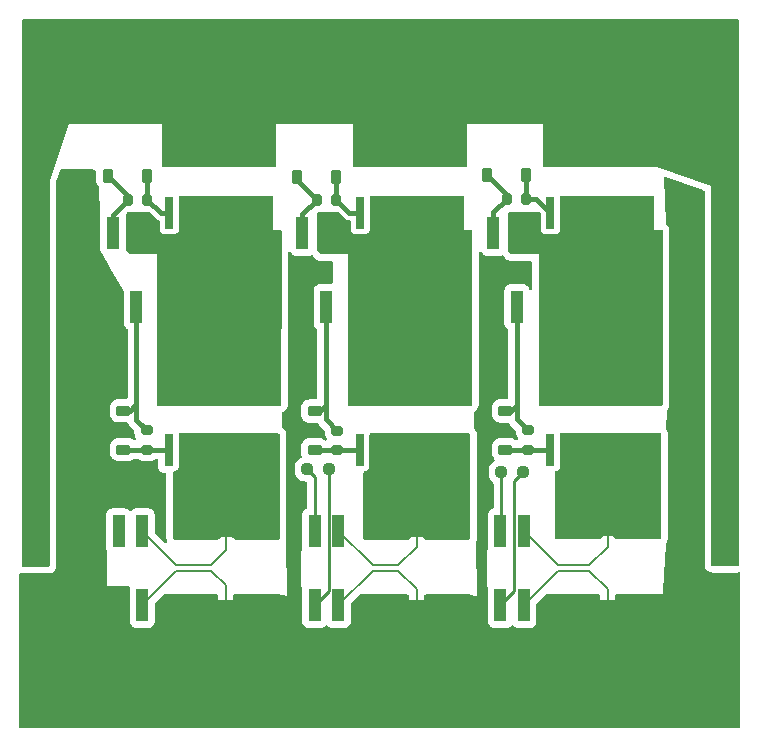
<source format=gbr>
%TF.GenerationSoftware,KiCad,Pcbnew,8.0.2*%
%TF.CreationDate,2024-11-11T17:07:30+01:00*%
%TF.ProjectId,power,706f7765-722e-46b6-9963-61645f706362,rev?*%
%TF.SameCoordinates,Original*%
%TF.FileFunction,Copper,L1,Top*%
%TF.FilePolarity,Positive*%
%FSLAX46Y46*%
G04 Gerber Fmt 4.6, Leading zero omitted, Abs format (unit mm)*
G04 Created by KiCad (PCBNEW 8.0.2) date 2024-11-11 17:07:30*
%MOMM*%
%LPD*%
G01*
G04 APERTURE LIST*
G04 Aperture macros list*
%AMRoundRect*
0 Rectangle with rounded corners*
0 $1 Rounding radius*
0 $2 $3 $4 $5 $6 $7 $8 $9 X,Y pos of 4 corners*
0 Add a 4 corners polygon primitive as box body*
4,1,4,$2,$3,$4,$5,$6,$7,$8,$9,$2,$3,0*
0 Add four circle primitives for the rounded corners*
1,1,$1+$1,$2,$3*
1,1,$1+$1,$4,$5*
1,1,$1+$1,$6,$7*
1,1,$1+$1,$8,$9*
0 Add four rect primitives between the rounded corners*
20,1,$1+$1,$2,$3,$4,$5,0*
20,1,$1+$1,$4,$5,$6,$7,0*
20,1,$1+$1,$6,$7,$8,$9,0*
20,1,$1+$1,$8,$9,$2,$3,0*%
%AMFreePoly0*
4,1,13,2.850000,-5.050000,1.450000,-5.050000,1.450000,-4.350000,-1.450000,-4.350000,-1.450000,-4.850000,-5.150000,-4.850000,-5.150000,4.850000,-1.450000,4.850000,-1.450000,4.350000,1.450000,4.350000,1.450000,5.050000,2.850000,5.050000,2.850000,-5.050000,2.850000,-5.050000,$1*%
%AMFreePoly1*
4,1,30,0.400000,-4.000000,-0.400000,-4.000000,-2.400000,-4.000000,-2.400000,-3.200000,-0.400000,-3.200000,-0.400000,-2.800000,-2.400000,-2.800000,-2.400000,-2.000000,-0.400000,-2.000000,-0.400000,-1.600000,-2.400000,-1.600000,-2.400000,-0.800000,-0.400000,-0.800000,-0.400000,-0.400000,-2.400000,-0.400000,-2.400000,0.400000,-0.400000,0.400000,-0.400000,0.800000,-2.400000,0.800000,-2.400000,1.600000,
-0.400000,1.600000,-0.400000,2.000000,-2.400000,2.000000,-2.400000,2.800000,-0.400000,2.800000,-0.400000,3.200000,-2.400000,3.200000,-2.400000,4.000000,0.400000,4.000000,0.400000,-4.000000,0.400000,-4.000000,$1*%
G04 Aperture macros list end*
%TA.AperFunction,SMDPad,CuDef*%
%ADD10RoundRect,0.250000X-0.412500X-0.650000X0.412500X-0.650000X0.412500X0.650000X-0.412500X0.650000X0*%
%TD*%
%TA.AperFunction,SMDPad,CuDef*%
%ADD11RoundRect,0.237500X0.250000X0.237500X-0.250000X0.237500X-0.250000X-0.237500X0.250000X-0.237500X0*%
%TD*%
%TA.AperFunction,SMDPad,CuDef*%
%ADD12R,1.000000X2.750000*%
%TD*%
%TA.AperFunction,SMDPad,CuDef*%
%ADD13RoundRect,0.825000X-3.675000X-1.925000X3.675000X-1.925000X3.675000X1.925000X-3.675000X1.925000X0*%
%TD*%
%TA.AperFunction,SMDPad,CuDef*%
%ADD14R,0.800000X2.800000*%
%TD*%
%TA.AperFunction,SMDPad,CuDef*%
%ADD15FreePoly0,90.000000*%
%TD*%
%TA.AperFunction,SMDPad,CuDef*%
%ADD16FreePoly1,90.000000*%
%TD*%
%TA.AperFunction,SMDPad,CuDef*%
%ADD17RoundRect,0.225000X-0.225000X-0.375000X0.225000X-0.375000X0.225000X0.375000X-0.225000X0.375000X0*%
%TD*%
%TA.AperFunction,SMDPad,CuDef*%
%ADD18RoundRect,0.250000X0.412500X0.650000X-0.412500X0.650000X-0.412500X-0.650000X0.412500X-0.650000X0*%
%TD*%
%TA.AperFunction,SMDPad,CuDef*%
%ADD19RoundRect,0.200000X-0.200000X-0.275000X0.200000X-0.275000X0.200000X0.275000X-0.200000X0.275000X0*%
%TD*%
%TA.AperFunction,SMDPad,CuDef*%
%ADD20RoundRect,0.225000X-0.375000X0.225000X-0.375000X-0.225000X0.375000X-0.225000X0.375000X0.225000X0*%
%TD*%
%TA.AperFunction,SMDPad,CuDef*%
%ADD21RoundRect,0.200000X-0.275000X0.200000X-0.275000X-0.200000X0.275000X-0.200000X0.275000X0.200000X0*%
%TD*%
%TA.AperFunction,SMDPad,CuDef*%
%ADD22RoundRect,0.237500X-0.250000X-0.237500X0.250000X-0.237500X0.250000X0.237500X-0.250000X0.237500X0*%
%TD*%
%TA.AperFunction,Conductor*%
%ADD23C,0.250000*%
%TD*%
%TA.AperFunction,Conductor*%
%ADD24C,0.200000*%
%TD*%
%TA.AperFunction,Conductor*%
%ADD25C,0.381000*%
%TD*%
G04 APERTURE END LIST*
D10*
%TO.P,C76,1*%
%TO.N,+BATT*%
X99005781Y-101320600D03*
%TO.P,C76,2*%
%TO.N,GND*%
X102130781Y-101320600D03*
%TD*%
D11*
%TO.P,R38,1*%
%TO.N,+3V3*%
X123820481Y-94563921D03*
%TO.P,R38,2*%
%TO.N,/Fet/TEMP1*%
X121995481Y-94563921D03*
%TD*%
D12*
%TO.P,J18,1,Pin_1*%
%TO.N,in_1_+*%
X140341781Y-106045521D03*
%TO.P,J18,2,Pin_2*%
%TO.N,in_1_-*%
X140341781Y-99795521D03*
%TO.P,J18,3,Pin_3*%
%TO.N,/Fet/TEMP*%
X138341781Y-106045521D03*
%TO.P,J18,4,Pin_4*%
%TO.N,+3V3*%
X138341781Y-99795521D03*
%TD*%
D10*
%TO.P,C38,1*%
%TO.N,+BATT*%
X99005781Y-92560400D03*
%TO.P,C38,2*%
%TO.N,GND*%
X102130781Y-92560400D03*
%TD*%
D13*
%TO.P,R14,1*%
%TO.N,in_3_-*%
X115104781Y-97500521D03*
%TO.P,R14,2*%
%TO.N,GND*%
X115084781Y-108300521D03*
%TD*%
D10*
%TO.P,C37,1*%
%TO.N,+BATT*%
X99005781Y-89427800D03*
%TO.P,C37,2*%
%TO.N,GND*%
X102130781Y-89427800D03*
%TD*%
D14*
%TO.P,Q13,1,G*%
%TO.N,Net-(D21-A)*%
X110291581Y-92917521D03*
D15*
%TO.P,Q13,2,D*%
%TO.N,/Fet/PHASE_C*%
X114491581Y-83867521D03*
D16*
%TO.P,Q13,3,S*%
%TO.N,in_3_-*%
X115091581Y-91917521D03*
%TD*%
D17*
%TO.P,D7,1,K*%
%TO.N,/Fet/GAT*%
X137183781Y-69671921D03*
%TO.P,D7,2,A*%
%TO.N,Net-(D7-A)*%
X140483781Y-69671921D03*
%TD*%
D18*
%TO.P,C83,1*%
%TO.N,+BATT*%
X157351181Y-76487521D03*
%TO.P,C83,2*%
%TO.N,GND*%
X154226181Y-76487521D03*
%TD*%
D19*
%TO.P,R49,1*%
%TO.N,/Fet/GAT*%
X138872381Y-71653121D03*
%TO.P,R49,2*%
%TO.N,Net-(D7-A)*%
X140522381Y-71653121D03*
%TD*%
D14*
%TO.P,Q15,1,G*%
%TO.N,Net-(D13-A)*%
X142561981Y-92917521D03*
D15*
%TO.P,Q15,2,D*%
%TO.N,/Fet/PHASE_A*%
X146761981Y-83867521D03*
D16*
%TO.P,Q15,3,S*%
%TO.N,in_1_-*%
X147361981Y-91917521D03*
%TD*%
D20*
%TO.P,D13,1,K*%
%TO.N,/Fet/GAB*%
X138757581Y-89611921D03*
%TO.P,D13,2,A*%
%TO.N,Net-(D13-A)*%
X138757581Y-92911921D03*
%TD*%
D12*
%TO.P,J5,1,Pin_1*%
%TO.N,/Fet/GAT*%
X137732181Y-74547921D03*
%TO.P,J5,2,Pin_2*%
%TO.N,GND*%
X137732181Y-80797921D03*
%TO.P,J5,3,Pin_3*%
%TO.N,/Fet/PHASE_A*%
X139732181Y-74547921D03*
%TO.P,J5,4,Pin_4*%
%TO.N,/Fet/GAB*%
X139732181Y-80797921D03*
%TD*%
D18*
%TO.P,C78,1*%
%TO.N,+BATT*%
X157350381Y-96057200D03*
%TO.P,C78,2*%
%TO.N,GND*%
X154225381Y-96057200D03*
%TD*%
%TO.P,C80,1*%
%TO.N,+BATT*%
X157350381Y-89357200D03*
%TO.P,C80,2*%
%TO.N,GND*%
X154225381Y-89357200D03*
%TD*%
D19*
%TO.P,R70,1*%
%TO.N,/Fet/GBT*%
X122794181Y-71754721D03*
%TO.P,R70,2*%
%TO.N,Net-(D18-A)*%
X124444181Y-71754721D03*
%TD*%
D12*
%TO.P,J12,1,Pin_1*%
%TO.N,/Fet/GCT*%
X105499581Y-74547921D03*
%TO.P,J12,2,Pin_2*%
%TO.N,GND*%
X105499581Y-80797921D03*
%TO.P,J12,3,Pin_3*%
%TO.N,/Fet/PHASE_C*%
X107499581Y-74547921D03*
%TO.P,J12,4,Pin_4*%
%TO.N,/Fet/GCB*%
X107499581Y-80797921D03*
%TD*%
D18*
%TO.P,C82,1*%
%TO.N,+BATT*%
X157351181Y-79837521D03*
%TO.P,C82,2*%
%TO.N,GND*%
X154226181Y-79837521D03*
%TD*%
D20*
%TO.P,D21,1,K*%
%TO.N,/Fet/GCB*%
X106423381Y-89586521D03*
%TO.P,D21,2,A*%
%TO.N,Net-(D21-A)*%
X106423381Y-92886521D03*
%TD*%
D19*
%TO.P,R72,1*%
%TO.N,/Fet/GCT*%
X106792181Y-71729321D03*
%TO.P,R72,2*%
%TO.N,Net-(D20-A)*%
X108442181Y-71729321D03*
%TD*%
D14*
%TO.P,Q9,1,G*%
%TO.N,Net-(D7-A)*%
X142573781Y-72867521D03*
D15*
%TO.P,Q9,2,D*%
%TO.N,+BATT*%
X146773781Y-63817521D03*
D16*
%TO.P,Q9,3,S*%
%TO.N,/Fet/PHASE_A*%
X147373781Y-71867521D03*
%TD*%
D10*
%TO.P,C35,1*%
%TO.N,+BATT*%
X99005781Y-82727800D03*
%TO.P,C35,2*%
%TO.N,GND*%
X102130781Y-82727800D03*
%TD*%
D13*
%TO.P,R13,1*%
%TO.N,in_2_-*%
X131259181Y-97500521D03*
%TO.P,R13,2*%
%TO.N,GND*%
X131239181Y-108300521D03*
%TD*%
D21*
%TO.P,R73,1*%
%TO.N,/Fet/GCB*%
X108379181Y-91275121D03*
%TO.P,R73,2*%
%TO.N,Net-(D21-A)*%
X108379181Y-92925121D03*
%TD*%
D12*
%TO.P,J8,1,Pin_1*%
%TO.N,/Fet/GBT*%
X121577781Y-74547921D03*
%TO.P,J8,2,Pin_2*%
%TO.N,GND*%
X121577781Y-80797921D03*
%TO.P,J8,3,Pin_3*%
%TO.N,/Fet/PHASE_B*%
X123577781Y-74547921D03*
%TO.P,J8,4,Pin_4*%
%TO.N,/Fet/GBB*%
X123577781Y-80797921D03*
%TD*%
D14*
%TO.P,Q5,1,G*%
%TO.N,Net-(D18-A)*%
X126457781Y-72867521D03*
D15*
%TO.P,Q5,2,D*%
%TO.N,+BATT*%
X130657781Y-63817521D03*
D16*
%TO.P,Q5,3,S*%
%TO.N,/Fet/PHASE_B*%
X131257781Y-71867521D03*
%TD*%
D10*
%TO.P,C31,1*%
%TO.N,+BATT*%
X99005781Y-70764400D03*
%TO.P,C31,2*%
%TO.N,GND*%
X102130781Y-70764400D03*
%TD*%
D18*
%TO.P,C77,1*%
%TO.N,+BATT*%
X157350381Y-101015800D03*
%TO.P,C77,2*%
%TO.N,GND*%
X154225381Y-101015800D03*
%TD*%
D14*
%TO.P,Q11,1,G*%
%TO.N,Net-(D19-A)*%
X126445981Y-92917521D03*
D15*
%TO.P,Q11,2,D*%
%TO.N,/Fet/PHASE_B*%
X130645981Y-83867521D03*
D16*
%TO.P,Q11,3,S*%
%TO.N,in_2_-*%
X131245981Y-91917521D03*
%TD*%
D12*
%TO.P,J21,1,Pin_1*%
%TO.N,in_3_+*%
X108007581Y-106045521D03*
%TO.P,J21,2,Pin_2*%
%TO.N,in_3_-*%
X108007581Y-99795521D03*
%TO.P,J21,3,Pin_3*%
%TO.N,GND*%
X106007581Y-106045521D03*
%TO.P,J21,4,Pin_4*%
%TO.N,+BATT*%
X106007581Y-99795521D03*
%TD*%
D10*
%TO.P,C36,1*%
%TO.N,+BATT*%
X99005781Y-86077800D03*
%TO.P,C36,2*%
%TO.N,GND*%
X102130781Y-86077800D03*
%TD*%
%TO.P,C34,1*%
%TO.N,+BATT*%
X99005781Y-79377800D03*
%TO.P,C34,2*%
%TO.N,GND*%
X102130781Y-79377800D03*
%TD*%
D18*
%TO.P,C79,1*%
%TO.N,+BATT*%
X157350381Y-92707200D03*
%TO.P,C79,2*%
%TO.N,GND*%
X154225381Y-92707200D03*
%TD*%
D21*
%TO.P,R71,1*%
%TO.N,/Fet/GBB*%
X124533581Y-91300521D03*
%TO.P,R71,2*%
%TO.N,Net-(D19-A)*%
X124533581Y-92950521D03*
%TD*%
D12*
%TO.P,J19,1,Pin_1*%
%TO.N,in_2_+*%
X124619181Y-106045521D03*
%TO.P,J19,2,Pin_2*%
%TO.N,in_2_-*%
X124619181Y-99795521D03*
%TO.P,J19,3,Pin_3*%
%TO.N,+3V3*%
X122619181Y-106045521D03*
%TO.P,J19,4,Pin_4*%
%TO.N,/Fet/TEMP1*%
X122619181Y-99795521D03*
%TD*%
D13*
%TO.P,R15,1*%
%TO.N,in_1_-*%
X147438981Y-97500521D03*
%TO.P,R15,2*%
%TO.N,GND*%
X147418981Y-108300521D03*
%TD*%
D18*
%TO.P,C81,1*%
%TO.N,+BATT*%
X157351181Y-85979000D03*
%TO.P,C81,2*%
%TO.N,GND*%
X154226181Y-85979000D03*
%TD*%
D22*
%TO.P,R37,1*%
%TO.N,+3V3*%
X138429281Y-94817921D03*
%TO.P,R37,2*%
%TO.N,/Fet/TEMP*%
X140254281Y-94817921D03*
%TD*%
D21*
%TO.P,R65,1*%
%TO.N,/Fet/GAB*%
X140662581Y-91249721D03*
%TO.P,R65,2*%
%TO.N,Net-(D13-A)*%
X140662581Y-92899721D03*
%TD*%
D14*
%TO.P,Q7,1,G*%
%TO.N,Net-(D20-A)*%
X110303381Y-72867521D03*
D15*
%TO.P,Q7,2,D*%
%TO.N,+BATT*%
X114503381Y-63817521D03*
D16*
%TO.P,Q7,3,S*%
%TO.N,/Fet/PHASE_C*%
X115103381Y-71867521D03*
%TD*%
D10*
%TO.P,C39,1*%
%TO.N,+BATT*%
X99005781Y-95910400D03*
%TO.P,C39,2*%
%TO.N,GND*%
X102130781Y-95910400D03*
%TD*%
D20*
%TO.P,D19,1,K*%
%TO.N,/Fet/GBB*%
X122603181Y-89637321D03*
%TO.P,D19,2,A*%
%TO.N,Net-(D19-A)*%
X122603181Y-92937321D03*
%TD*%
D17*
%TO.P,D20,1,K*%
%TO.N,/Fet/GCT*%
X105103581Y-69697321D03*
%TO.P,D20,2,A*%
%TO.N,Net-(D20-A)*%
X108403581Y-69697321D03*
%TD*%
%TO.P,D18,1,K*%
%TO.N,/Fet/GBT*%
X121080181Y-69798921D03*
%TO.P,D18,2,A*%
%TO.N,Net-(D18-A)*%
X124380181Y-69798921D03*
%TD*%
D10*
%TO.P,C33,1*%
%TO.N,+BATT*%
X99005781Y-76027800D03*
%TO.P,C33,2*%
%TO.N,GND*%
X102130781Y-76027800D03*
%TD*%
D23*
%TO.N,+3V3*%
X123794181Y-104870521D02*
X123794181Y-94590221D01*
X123794181Y-94590221D02*
X123820481Y-94563921D01*
X138429281Y-94817921D02*
X138429281Y-99708021D01*
X138429281Y-99708021D02*
X138341781Y-99795521D01*
X122619181Y-106045521D02*
X123794181Y-104870521D01*
D24*
%TO.N,in_2_-*%
X131259181Y-101126121D02*
X131259181Y-97500521D01*
X129689781Y-102695521D02*
X131259181Y-101126121D01*
X124619181Y-99795521D02*
X127519181Y-102695521D01*
X127519181Y-102695521D02*
X129689781Y-102695521D01*
%TO.N,in_3_-*%
X113840181Y-102695521D02*
X115104781Y-101430921D01*
X108007581Y-99795521D02*
X110907581Y-102695521D01*
X115104781Y-101430921D02*
X115104781Y-97500521D01*
X110907581Y-102695521D02*
X113840181Y-102695521D01*
%TO.N,in_1_-*%
X143241781Y-102695521D02*
X145869581Y-102695521D01*
X145869581Y-102695521D02*
X147438981Y-101126121D01*
X147438981Y-101126121D02*
X147438981Y-97500521D01*
X140341781Y-99795521D02*
X143241781Y-102695521D01*
%TO.N,in_1_+*%
X140341781Y-106045521D02*
X143241781Y-103145521D01*
X145869581Y-103145521D02*
X147418981Y-104694921D01*
X143241781Y-103145521D02*
X145869581Y-103145521D01*
X147418981Y-104694921D02*
X147418981Y-108300521D01*
D23*
%TO.N,/Fet/TEMP*%
X139516781Y-95555421D02*
X140254281Y-94817921D01*
X139516781Y-104870521D02*
X139516781Y-95555421D01*
X138341781Y-106045521D02*
X139516781Y-104870521D01*
%TO.N,/Fet/TEMP1*%
X122619181Y-95187621D02*
X121995481Y-94563921D01*
X122619181Y-99795521D02*
X122619181Y-95187621D01*
D25*
%TO.N,/Fet/GAT*%
X137732181Y-72793321D02*
X138872381Y-71653121D01*
X138872381Y-71360521D02*
X137183781Y-69671921D01*
X137732181Y-74547921D02*
X137732181Y-72793321D01*
X138872381Y-71653121D02*
X138872381Y-71360521D01*
%TO.N,Net-(D7-A)*%
X140483781Y-69671921D02*
X140483781Y-71614521D01*
X140483781Y-71614521D02*
X140522381Y-71653121D01*
X140522381Y-71653121D02*
X141359381Y-71653121D01*
X141359381Y-71653121D02*
X142573781Y-72867521D01*
%TO.N,/Fet/GAB*%
X139732181Y-80797921D02*
X139732181Y-88442521D01*
X139732181Y-89128321D02*
X139732181Y-88442521D01*
X139248581Y-89611921D02*
X139732181Y-89128321D01*
X139722781Y-80807321D02*
X139732181Y-80797921D01*
X138757581Y-89611921D02*
X139248581Y-89611921D01*
X139732181Y-90319321D02*
X140662581Y-91249721D01*
X139732181Y-88442521D02*
X139732181Y-90319321D01*
%TO.N,Net-(D13-A)*%
X138763181Y-92917521D02*
X138757581Y-92911921D01*
X142561981Y-92917521D02*
X138763181Y-92917521D01*
%TO.N,/Fet/GBT*%
X121577781Y-72971121D02*
X121577781Y-74547921D01*
X122794181Y-71754721D02*
X121577781Y-72971121D01*
X121080181Y-69798921D02*
X121080181Y-70040721D01*
X121080181Y-70040721D02*
X122794181Y-71754721D01*
%TO.N,Net-(D18-A)*%
X126457781Y-72867521D02*
X125556981Y-72867521D01*
X125556981Y-72867521D02*
X124444181Y-71754721D01*
X124380181Y-71690721D02*
X124444181Y-71754721D01*
X124380181Y-69798921D02*
X124380181Y-71690721D01*
%TO.N,/Fet/GBB*%
X123542981Y-89610921D02*
X123542981Y-80832721D01*
X123059381Y-89637321D02*
X123542981Y-89153721D01*
X123542981Y-89153721D02*
X123542981Y-89610921D01*
X122603181Y-89637321D02*
X123059381Y-89637321D01*
X123542981Y-80832721D02*
X123577781Y-80797921D01*
X123542981Y-90309921D02*
X123542981Y-89610921D01*
X124533581Y-91300521D02*
X123542981Y-90309921D01*
%TO.N,Net-(D19-A)*%
X122622981Y-92917521D02*
X122603181Y-92937321D01*
X126445981Y-92917521D02*
X122622981Y-92917521D01*
%TO.N,/Fet/GCT*%
X106792181Y-71729321D02*
X106792181Y-71385921D01*
X106792181Y-71729321D02*
X105499581Y-73021921D01*
X105499581Y-73021921D02*
X105499581Y-74547921D01*
X106792181Y-71385921D02*
X105103581Y-69697321D01*
%TO.N,Net-(D20-A)*%
X108442181Y-69735921D02*
X108403581Y-69697321D01*
X108442181Y-71729321D02*
X108442181Y-69735921D01*
X110303381Y-72867521D02*
X109580381Y-72867521D01*
X109580381Y-72867521D02*
X108442181Y-71729321D01*
%TO.N,/Fet/GCB*%
X106423381Y-89586521D02*
X106981181Y-89586521D01*
X107515581Y-80813921D02*
X107499581Y-80797921D01*
X107515581Y-90411521D02*
X107515581Y-89052121D01*
X108379181Y-91275121D02*
X107515581Y-90411521D01*
X106981181Y-89586521D02*
X107515581Y-89052121D01*
X107515581Y-89052121D02*
X107515581Y-80813921D01*
%TO.N,Net-(D21-A)*%
X106454381Y-92917521D02*
X106423381Y-92886521D01*
X110291581Y-92917521D02*
X106454381Y-92917521D01*
D24*
%TO.N,in_2_+*%
X129689781Y-103145521D02*
X131239181Y-104694921D01*
X113840181Y-103145521D02*
X115084781Y-104390121D01*
X124619181Y-106045521D02*
X127519181Y-103145521D01*
X131239181Y-104694921D02*
X131239181Y-108300521D01*
X110907581Y-103145521D02*
X113840181Y-103145521D01*
X115084781Y-104390121D02*
X115084781Y-108300521D01*
X108007581Y-106045521D02*
X110907581Y-103145521D01*
X127519181Y-103145521D02*
X129689781Y-103145521D01*
%TD*%
%TA.AperFunction,Conductor*%
%TO.N,/Fet/PHASE_B*%
G36*
X135128777Y-71449528D02*
G01*
X135195751Y-71469425D01*
X135241338Y-71522374D01*
X135252381Y-71573527D01*
X135252381Y-74269321D01*
X135839370Y-74269321D01*
X135906409Y-74289006D01*
X135952164Y-74341810D01*
X135963369Y-74393530D01*
X135960073Y-76332436D01*
X135938392Y-89080732D01*
X135918593Y-89147738D01*
X135865712Y-89193403D01*
X135814392Y-89204521D01*
X135607978Y-89204521D01*
X135539979Y-89205646D01*
X135537914Y-89205663D01*
X125571967Y-89204535D01*
X125504930Y-89184843D01*
X125459181Y-89132034D01*
X125447981Y-89080535D01*
X125447981Y-76352121D01*
X123125351Y-76352121D01*
X123058312Y-76332436D01*
X123023399Y-76298703D01*
X122853829Y-76053768D01*
X122831854Y-75987444D01*
X122831781Y-75983186D01*
X122831781Y-72920121D01*
X122851466Y-72853082D01*
X122904270Y-72807327D01*
X122955781Y-72796121D01*
X124598419Y-72796121D01*
X124665458Y-72815806D01*
X124686100Y-72832440D01*
X125079722Y-73226062D01*
X125079732Y-73226073D01*
X125084062Y-73230403D01*
X125084063Y-73230404D01*
X125194098Y-73340439D01*
X125328863Y-73418246D01*
X125369135Y-73429036D01*
X125369137Y-73429037D01*
X125369138Y-73429037D01*
X125405817Y-73438865D01*
X125479175Y-73458522D01*
X125479177Y-73458522D01*
X125533282Y-73458522D01*
X125600321Y-73478207D01*
X125646076Y-73531011D01*
X125657282Y-73582522D01*
X125657282Y-74299039D01*
X125672135Y-74392825D01*
X125729731Y-74505863D01*
X125729733Y-74505865D01*
X125729735Y-74505868D01*
X125819433Y-74595566D01*
X125819435Y-74595567D01*
X125819439Y-74595571D01*
X125932475Y-74653166D01*
X125932479Y-74653168D01*
X126026256Y-74668020D01*
X126026262Y-74668021D01*
X126889299Y-74668020D01*
X126983085Y-74653167D01*
X127096123Y-74595571D01*
X127185831Y-74505863D01*
X127243427Y-74392825D01*
X127243427Y-74392823D01*
X127243428Y-74392822D01*
X127258280Y-74299045D01*
X127258281Y-74299040D01*
X127258280Y-71548935D01*
X127277965Y-71481897D01*
X127330768Y-71436142D01*
X127382670Y-71424937D01*
X135128777Y-71449528D01*
G37*
%TD.AperFunction*%
%TD*%
%TA.AperFunction,Conductor*%
%TO.N,/Fet/PHASE_C*%
G36*
X118974377Y-71449528D02*
G01*
X119041351Y-71469425D01*
X119086938Y-71522374D01*
X119097981Y-71573527D01*
X119097981Y-74269321D01*
X119684970Y-74269321D01*
X119752009Y-74289006D01*
X119797764Y-74341810D01*
X119808969Y-74393530D01*
X119805673Y-76332436D01*
X119783992Y-89080732D01*
X119764193Y-89147738D01*
X119711312Y-89193403D01*
X119659992Y-89204521D01*
X119453578Y-89204521D01*
X119385579Y-89205646D01*
X119383514Y-89205663D01*
X109417567Y-89204535D01*
X109350530Y-89184843D01*
X109304781Y-89132034D01*
X109293581Y-89080535D01*
X109293581Y-76352121D01*
X106970951Y-76352121D01*
X106903912Y-76332436D01*
X106868999Y-76298703D01*
X106699429Y-76053768D01*
X106677454Y-75987444D01*
X106677381Y-75983186D01*
X106677381Y-72920121D01*
X106697066Y-72853082D01*
X106749870Y-72807327D01*
X106801381Y-72796121D01*
X108621819Y-72796121D01*
X108688858Y-72815806D01*
X108709500Y-72832440D01*
X109103122Y-73226062D01*
X109103132Y-73226073D01*
X109107462Y-73230403D01*
X109107463Y-73230404D01*
X109217498Y-73340439D01*
X109352263Y-73418246D01*
X109410977Y-73433978D01*
X109470635Y-73470341D01*
X109501165Y-73533188D01*
X109502882Y-73553752D01*
X109502882Y-74299039D01*
X109517735Y-74392825D01*
X109575331Y-74505863D01*
X109575333Y-74505865D01*
X109575335Y-74505868D01*
X109665033Y-74595566D01*
X109665035Y-74595567D01*
X109665039Y-74595571D01*
X109778075Y-74653166D01*
X109778079Y-74653168D01*
X109871856Y-74668020D01*
X109871862Y-74668021D01*
X110734899Y-74668020D01*
X110828685Y-74653167D01*
X110941723Y-74595571D01*
X111031431Y-74505863D01*
X111089027Y-74392825D01*
X111089027Y-74392823D01*
X111089028Y-74392822D01*
X111103880Y-74299045D01*
X111103881Y-74299040D01*
X111103880Y-71548935D01*
X111123565Y-71481897D01*
X111176368Y-71436142D01*
X111228270Y-71424937D01*
X118974377Y-71449528D01*
G37*
%TD.AperFunction*%
%TD*%
%TA.AperFunction,Conductor*%
%TO.N,GND*%
G36*
X103796385Y-69133085D02*
G01*
X103835578Y-69173440D01*
X103860600Y-69214999D01*
X103860600Y-69215000D01*
X103999468Y-69238144D01*
X104062357Y-69268581D01*
X104098809Y-69328188D01*
X104103081Y-69360456D01*
X104103081Y-70115879D01*
X104117738Y-70245969D01*
X104117740Y-70245979D01*
X104175458Y-70410925D01*
X104268434Y-70558897D01*
X104314831Y-70605294D01*
X104348316Y-70666617D01*
X104350986Y-70686592D01*
X104469518Y-72986105D01*
X104461038Y-73037973D01*
X104459704Y-73041353D01*
X104459703Y-73041358D01*
X104453389Y-73093942D01*
X104449081Y-73129819D01*
X104449081Y-75966023D01*
X104451058Y-75982483D01*
X104440632Y-76044674D01*
X104482423Y-76116089D01*
X104490755Y-76133227D01*
X104515218Y-76195260D01*
X104515219Y-76195262D01*
X104570021Y-76267530D01*
X104578239Y-76279827D01*
X105309039Y-77528661D01*
X106392312Y-79379824D01*
X106432103Y-79447820D01*
X106449081Y-79510448D01*
X106449081Y-82216023D01*
X106449686Y-82221057D01*
X106459703Y-82304482D01*
X106515220Y-82445264D01*
X106606658Y-82565843D01*
X106725506Y-82655968D01*
X106767030Y-82712161D01*
X106774581Y-82754772D01*
X106774581Y-88462021D01*
X106754896Y-88529060D01*
X106702092Y-88574815D01*
X106650581Y-88586021D01*
X106004822Y-88586021D01*
X105874732Y-88600678D01*
X105874722Y-88600680D01*
X105709776Y-88658398D01*
X105561804Y-88751374D01*
X105438234Y-88874944D01*
X105345258Y-89022916D01*
X105287540Y-89187862D01*
X105287538Y-89187872D01*
X105272881Y-89317962D01*
X105272881Y-89855079D01*
X105287538Y-89985169D01*
X105287540Y-89985179D01*
X105320575Y-90079585D01*
X105345259Y-90150127D01*
X105438234Y-90298097D01*
X105561805Y-90421668D01*
X105709775Y-90514643D01*
X105874724Y-90572362D01*
X105874730Y-90572362D01*
X105874732Y-90572363D01*
X105916131Y-90577027D01*
X106004823Y-90587020D01*
X106004826Y-90587021D01*
X106004829Y-90587021D01*
X106703369Y-90587021D01*
X106770408Y-90606706D01*
X106816163Y-90659510D01*
X106817930Y-90663568D01*
X106858916Y-90762517D01*
X106858916Y-90762518D01*
X106926169Y-90863169D01*
X106926170Y-90863169D01*
X106940010Y-90883883D01*
X106940011Y-90883884D01*
X107317362Y-91261234D01*
X107350847Y-91322557D01*
X107353681Y-91348914D01*
X107353681Y-91525121D01*
X107353682Y-91525140D01*
X107364181Y-91627917D01*
X107364182Y-91627920D01*
X107419366Y-91794452D01*
X107419370Y-91794461D01*
X107492333Y-91912753D01*
X107510773Y-91980145D01*
X107489850Y-92046809D01*
X107436208Y-92091578D01*
X107366877Y-92100239D01*
X107303870Y-92070042D01*
X107299113Y-92065530D01*
X107284957Y-92051374D01*
X107177411Y-91983799D01*
X107136987Y-91958399D01*
X107136986Y-91958398D01*
X107136985Y-91958398D01*
X106972039Y-91900680D01*
X106972029Y-91900678D01*
X106841939Y-91886021D01*
X106841933Y-91886021D01*
X106004829Y-91886021D01*
X106004822Y-91886021D01*
X105874732Y-91900678D01*
X105874722Y-91900680D01*
X105709776Y-91958398D01*
X105561804Y-92051374D01*
X105438234Y-92174944D01*
X105345258Y-92322916D01*
X105287540Y-92487862D01*
X105287538Y-92487872D01*
X105272881Y-92617962D01*
X105272881Y-93155079D01*
X105287538Y-93285169D01*
X105287540Y-93285179D01*
X105305316Y-93335978D01*
X105345259Y-93450127D01*
X105438234Y-93598097D01*
X105561805Y-93721668D01*
X105709775Y-93814643D01*
X105874724Y-93872362D01*
X105874730Y-93872362D01*
X105874732Y-93872363D01*
X105885951Y-93873627D01*
X106004823Y-93887020D01*
X106004826Y-93887021D01*
X106004829Y-93887021D01*
X106841936Y-93887021D01*
X106841937Y-93887020D01*
X106972038Y-93872362D01*
X107136987Y-93814643D01*
X107284957Y-93721668D01*
X107311785Y-93694840D01*
X107373108Y-93661355D01*
X107399466Y-93658521D01*
X107524851Y-93658521D01*
X107591890Y-93678206D01*
X107612532Y-93694840D01*
X107635525Y-93717833D01*
X107784847Y-93809935D01*
X107951384Y-93865120D01*
X108054172Y-93875621D01*
X108704189Y-93875620D01*
X108704197Y-93875619D01*
X108704200Y-93875619D01*
X108760483Y-93869869D01*
X108806978Y-93865120D01*
X108973515Y-93809935D01*
X109122837Y-93717833D01*
X109129400Y-93711270D01*
X109190723Y-93677785D01*
X109260415Y-93682769D01*
X109316348Y-93724641D01*
X109340765Y-93790105D01*
X109341081Y-93798951D01*
X109341081Y-94360623D01*
X109346286Y-94403965D01*
X109351703Y-94449082D01*
X109407220Y-94589864D01*
X109498658Y-94710443D01*
X109619237Y-94801881D01*
X109619238Y-94801881D01*
X109619239Y-94801882D01*
X109760017Y-94857398D01*
X109848479Y-94868021D01*
X109934881Y-94868021D01*
X110001920Y-94887706D01*
X110047675Y-94940510D01*
X110058881Y-94992021D01*
X110058881Y-95408064D01*
X110057260Y-95424978D01*
X110057598Y-95425020D01*
X110057076Y-95429277D01*
X110054282Y-95481868D01*
X110054281Y-95481907D01*
X110054281Y-99519134D01*
X110054282Y-99519173D01*
X110057075Y-99571750D01*
X110057598Y-99576011D01*
X110057259Y-99576052D01*
X110058881Y-99592974D01*
X110058881Y-100383529D01*
X110071576Y-100501604D01*
X110082784Y-100553120D01*
X110116229Y-100651563D01*
X110119156Y-100721372D01*
X110083877Y-100781681D01*
X110021593Y-100813343D01*
X109952079Y-100806305D01*
X109911139Y-100779133D01*
X109094400Y-99962394D01*
X109060915Y-99901071D01*
X109058081Y-99874713D01*
X109058081Y-98377424D01*
X109058081Y-98377419D01*
X109047458Y-98288957D01*
X108991942Y-98148179D01*
X108991941Y-98148178D01*
X108991941Y-98148177D01*
X108900503Y-98027598D01*
X108779924Y-97936160D01*
X108639142Y-97880643D01*
X108593507Y-97875163D01*
X108550683Y-97870021D01*
X107464479Y-97870021D01*
X107425434Y-97874709D01*
X107376019Y-97880643D01*
X107235237Y-97936160D01*
X107114657Y-98027599D01*
X107106384Y-98038510D01*
X107050192Y-98080033D01*
X106980470Y-98084584D01*
X106919357Y-98050719D01*
X106908778Y-98038510D01*
X106900504Y-98027599D01*
X106779924Y-97936160D01*
X106639142Y-97880643D01*
X106593507Y-97875163D01*
X106550683Y-97870021D01*
X105464479Y-97870021D01*
X105425434Y-97874709D01*
X105376019Y-97880643D01*
X105235237Y-97936160D01*
X105114658Y-98027598D01*
X105023220Y-98148177D01*
X104967703Y-98288959D01*
X104961769Y-98338374D01*
X104957081Y-98377419D01*
X104957081Y-101213623D01*
X104960390Y-101241178D01*
X104967704Y-101302086D01*
X104992335Y-101364545D01*
X105000981Y-101410035D01*
X105000981Y-104444521D01*
X106839263Y-104444521D01*
X106906302Y-104464206D01*
X106952057Y-104517010D01*
X106962378Y-104583303D01*
X106957081Y-104627419D01*
X106957081Y-107463623D01*
X106962707Y-107510475D01*
X106967703Y-107552082D01*
X107023220Y-107692864D01*
X107114658Y-107813443D01*
X107235237Y-107904881D01*
X107235238Y-107904881D01*
X107235239Y-107904882D01*
X107376017Y-107960398D01*
X107464479Y-107971021D01*
X107464484Y-107971021D01*
X108550678Y-107971021D01*
X108550683Y-107971021D01*
X108639145Y-107960398D01*
X108779923Y-107904882D01*
X108900503Y-107813443D01*
X108991942Y-107692863D01*
X109047458Y-107552085D01*
X109058081Y-107463623D01*
X109058081Y-105966328D01*
X109077766Y-105899290D01*
X109094400Y-105878648D01*
X109831808Y-105141240D01*
X109893131Y-105107755D01*
X109919489Y-105104921D01*
X114310281Y-105104921D01*
X114377320Y-105124606D01*
X114423075Y-105177410D01*
X114434281Y-105228921D01*
X114434281Y-108364590D01*
X114434281Y-108364592D01*
X114434280Y-108364592D01*
X114459278Y-108490259D01*
X114459280Y-108490265D01*
X114508314Y-108608645D01*
X114508319Y-108608654D01*
X114579504Y-108715189D01*
X114579507Y-108715193D01*
X114670108Y-108805794D01*
X114670112Y-108805797D01*
X114776647Y-108876982D01*
X114776653Y-108876985D01*
X114776654Y-108876986D01*
X114895037Y-108926022D01*
X114895041Y-108926022D01*
X114895042Y-108926023D01*
X115020709Y-108951021D01*
X115020712Y-108951021D01*
X115148852Y-108951021D01*
X115233396Y-108934203D01*
X115274525Y-108926022D01*
X115392908Y-108876986D01*
X115499450Y-108805797D01*
X115590057Y-108715190D01*
X115661246Y-108608648D01*
X115710282Y-108490265D01*
X115735281Y-108364590D01*
X115735281Y-105228921D01*
X115754966Y-105161882D01*
X115807770Y-105116127D01*
X115859281Y-105104921D01*
X119389773Y-105104921D01*
X119415504Y-105107620D01*
X119534168Y-105132791D01*
X120240981Y-105282721D01*
X120240981Y-105282720D01*
X120188934Y-100572432D01*
X120190850Y-100572410D01*
X120189087Y-100543086D01*
X120190754Y-100536625D01*
X120191682Y-100533393D01*
X120212281Y-100383521D01*
X120212281Y-91639921D01*
X120199585Y-91521836D01*
X120188379Y-91470325D01*
X120147971Y-91351390D01*
X120065394Y-91224635D01*
X120019639Y-91171831D01*
X120015767Y-91167473D01*
X120010478Y-91161519D01*
X119904537Y-91073120D01*
X119865675Y-91015056D01*
X119859981Y-90977912D01*
X119859981Y-89814755D01*
X119879666Y-89747716D01*
X119932470Y-89701961D01*
X119944246Y-89697294D01*
X119947480Y-89696200D01*
X120074375Y-89613838D01*
X120127256Y-89568173D01*
X120137580Y-89559032D01*
X120234699Y-89443041D01*
X120296924Y-89305150D01*
X120316723Y-89238144D01*
X120318637Y-89231514D01*
X120339491Y-89081677D01*
X120361172Y-76333381D01*
X120361172Y-76333380D01*
X120361303Y-76255770D01*
X120381101Y-76188768D01*
X120433982Y-76143102D01*
X120503157Y-76133275D01*
X120566664Y-76162407D01*
X120588068Y-76188676D01*
X120588295Y-76188505D01*
X120593221Y-76195001D01*
X120593384Y-76195201D01*
X120593416Y-76195258D01*
X120684858Y-76315843D01*
X120805437Y-76407281D01*
X120805438Y-76407281D01*
X120805439Y-76407282D01*
X120946217Y-76462798D01*
X121034679Y-76473421D01*
X121034684Y-76473421D01*
X122120878Y-76473421D01*
X122120883Y-76473421D01*
X122209345Y-76462798D01*
X122315849Y-76420797D01*
X122385435Y-76414517D01*
X122447371Y-76446854D01*
X122463290Y-76465571D01*
X122566671Y-76614899D01*
X122603829Y-76658652D01*
X122637407Y-76698190D01*
X122637420Y-76698205D01*
X122672323Y-76731927D01*
X122672327Y-76731931D01*
X122714968Y-76765264D01*
X122763808Y-76803443D01*
X122901805Y-76865433D01*
X122968844Y-76885118D01*
X122975479Y-76887022D01*
X122975481Y-76887022D01*
X122975484Y-76887023D01*
X123027540Y-76894177D01*
X123125348Y-76907620D01*
X123125349Y-76907621D01*
X123125351Y-76907621D01*
X124044409Y-76907621D01*
X124111448Y-76927306D01*
X124157203Y-76980110D01*
X124168297Y-77036893D01*
X124150202Y-77462093D01*
X124127685Y-77528235D01*
X124127181Y-77528661D01*
X124127181Y-78748421D01*
X124107496Y-78815460D01*
X124054692Y-78861215D01*
X124003181Y-78872421D01*
X123034679Y-78872421D01*
X122995634Y-78877109D01*
X122946219Y-78883043D01*
X122805437Y-78938560D01*
X122684858Y-79029998D01*
X122593420Y-79150577D01*
X122537903Y-79291359D01*
X122533177Y-79330721D01*
X122527281Y-79379819D01*
X122527281Y-82216023D01*
X122527886Y-82221057D01*
X122537903Y-82304482D01*
X122593420Y-82445264D01*
X122684855Y-82565838D01*
X122684859Y-82565843D01*
X122752906Y-82617444D01*
X122794429Y-82673636D01*
X122801981Y-82716248D01*
X122801981Y-88512821D01*
X122782296Y-88579860D01*
X122729492Y-88625615D01*
X122677981Y-88636821D01*
X122184622Y-88636821D01*
X122054532Y-88651478D01*
X122054522Y-88651480D01*
X121889576Y-88709198D01*
X121741604Y-88802174D01*
X121618034Y-88925744D01*
X121525058Y-89073716D01*
X121467340Y-89238662D01*
X121467338Y-89238672D01*
X121452681Y-89368762D01*
X121452681Y-89905879D01*
X121467338Y-90035969D01*
X121467340Y-90035979D01*
X121482599Y-90079585D01*
X121525059Y-90200927D01*
X121618034Y-90348897D01*
X121741605Y-90472468D01*
X121889575Y-90565443D01*
X122054524Y-90623162D01*
X122054530Y-90623162D01*
X122054532Y-90623163D01*
X122094472Y-90627663D01*
X122184623Y-90637820D01*
X122184626Y-90637821D01*
X122184629Y-90637821D01*
X122804605Y-90637821D01*
X122871644Y-90657506D01*
X122907706Y-90692929D01*
X122917516Y-90707611D01*
X122954201Y-90762513D01*
X122954201Y-90762515D01*
X122967408Y-90782280D01*
X122967413Y-90782286D01*
X123471762Y-91286634D01*
X123505247Y-91347957D01*
X123508081Y-91374314D01*
X123508081Y-91550521D01*
X123508082Y-91550540D01*
X123518581Y-91653317D01*
X123518582Y-91653320D01*
X123562797Y-91786749D01*
X123573767Y-91819855D01*
X123648287Y-91940672D01*
X123666727Y-92008064D01*
X123645804Y-92074727D01*
X123592162Y-92119497D01*
X123522831Y-92128158D01*
X123471071Y-92105213D01*
X123470653Y-92105879D01*
X123466054Y-92102989D01*
X123465435Y-92102715D01*
X123464757Y-92102174D01*
X123406438Y-92065530D01*
X123316787Y-92009199D01*
X123316786Y-92009198D01*
X123316785Y-92009198D01*
X123151839Y-91951480D01*
X123151829Y-91951478D01*
X123021739Y-91936821D01*
X123021733Y-91936821D01*
X122184629Y-91936821D01*
X122184622Y-91936821D01*
X122054532Y-91951478D01*
X122054522Y-91951480D01*
X121889576Y-92009198D01*
X121741604Y-92102174D01*
X121618034Y-92225744D01*
X121525058Y-92373716D01*
X121467340Y-92538662D01*
X121467338Y-92538672D01*
X121452681Y-92668762D01*
X121452681Y-93205879D01*
X121467338Y-93335969D01*
X121467340Y-93335979D01*
X121505232Y-93444266D01*
X121508794Y-93514045D01*
X121474066Y-93574672D01*
X121429146Y-93602262D01*
X121401418Y-93611964D01*
X121401414Y-93611966D01*
X121251062Y-93706439D01*
X121125499Y-93832002D01*
X121031025Y-93982355D01*
X120972376Y-94149966D01*
X120972375Y-94149970D01*
X120957481Y-94282162D01*
X120957481Y-94845679D01*
X120972375Y-94977871D01*
X120972376Y-94977875D01*
X121031025Y-95145486D01*
X121125499Y-95295839D01*
X121251062Y-95421402D01*
X121347341Y-95481899D01*
X121401417Y-95515877D01*
X121569025Y-95574525D01*
X121569026Y-95574525D01*
X121569030Y-95574526D01*
X121658114Y-95584563D01*
X121701223Y-95589420D01*
X121701226Y-95589421D01*
X121701229Y-95589421D01*
X121819681Y-95589421D01*
X121886720Y-95609106D01*
X121932475Y-95661910D01*
X121943681Y-95713421D01*
X121943681Y-97813576D01*
X121923996Y-97880615D01*
X121871192Y-97926370D01*
X121865180Y-97928926D01*
X121860219Y-97930883D01*
X121846837Y-97936160D01*
X121726258Y-98027598D01*
X121634820Y-98148177D01*
X121579303Y-98288959D01*
X121573369Y-98338374D01*
X121568681Y-98377419D01*
X121568681Y-101213623D01*
X121571990Y-101241178D01*
X121579517Y-101303868D01*
X121567964Y-101372776D01*
X121520992Y-101424499D01*
X121472811Y-101437434D01*
X121460181Y-101447321D01*
X121460181Y-104495321D01*
X121466515Y-104501655D01*
X121511983Y-104515006D01*
X121557738Y-104567810D01*
X121568159Y-104623713D01*
X121568681Y-104623713D01*
X121568681Y-104626513D01*
X121568722Y-104626733D01*
X121568681Y-104627417D01*
X121568681Y-104627419D01*
X121568681Y-107463623D01*
X121574307Y-107510475D01*
X121579303Y-107552082D01*
X121634820Y-107692864D01*
X121726258Y-107813443D01*
X121846837Y-107904881D01*
X121846838Y-107904881D01*
X121846839Y-107904882D01*
X121987617Y-107960398D01*
X122076079Y-107971021D01*
X122076084Y-107971021D01*
X123162278Y-107971021D01*
X123162283Y-107971021D01*
X123250745Y-107960398D01*
X123391523Y-107904882D01*
X123512103Y-107813443D01*
X123520376Y-107802534D01*
X123576567Y-107761009D01*
X123646288Y-107756456D01*
X123707403Y-107790320D01*
X123717986Y-107802534D01*
X123726258Y-107813442D01*
X123846837Y-107904881D01*
X123846838Y-107904881D01*
X123846839Y-107904882D01*
X123987617Y-107960398D01*
X124076079Y-107971021D01*
X124076084Y-107971021D01*
X125162278Y-107971021D01*
X125162283Y-107971021D01*
X125250745Y-107960398D01*
X125391523Y-107904882D01*
X125512103Y-107813443D01*
X125603542Y-107692863D01*
X125659058Y-107552085D01*
X125669681Y-107463623D01*
X125669681Y-105966328D01*
X125689366Y-105899290D01*
X125706000Y-105878648D01*
X126392608Y-105192040D01*
X126453931Y-105158555D01*
X126480289Y-105155721D01*
X130464681Y-105155721D01*
X130531720Y-105175406D01*
X130577475Y-105228210D01*
X130588681Y-105279721D01*
X130588681Y-108364590D01*
X130588681Y-108364592D01*
X130588680Y-108364592D01*
X130613678Y-108490259D01*
X130613680Y-108490265D01*
X130662714Y-108608645D01*
X130662719Y-108608654D01*
X130733904Y-108715189D01*
X130733907Y-108715193D01*
X130824508Y-108805794D01*
X130824512Y-108805797D01*
X130931047Y-108876982D01*
X130931053Y-108876985D01*
X130931054Y-108876986D01*
X131049437Y-108926022D01*
X131049441Y-108926022D01*
X131049442Y-108926023D01*
X131175109Y-108951021D01*
X131175112Y-108951021D01*
X131303252Y-108951021D01*
X131387796Y-108934203D01*
X131428925Y-108926022D01*
X131547308Y-108876986D01*
X131653850Y-108805797D01*
X131744457Y-108715190D01*
X131815646Y-108608648D01*
X131864682Y-108490265D01*
X131889681Y-108364590D01*
X131889681Y-105279721D01*
X131909366Y-105212682D01*
X131962170Y-105166927D01*
X132013681Y-105155721D01*
X135732861Y-105155721D01*
X135758592Y-105158420D01*
X135774913Y-105161882D01*
X136344581Y-105282721D01*
X136293884Y-100644005D01*
X136298901Y-100607717D01*
X136299089Y-100607074D01*
X136299093Y-100607067D01*
X136318778Y-100540028D01*
X136320682Y-100533393D01*
X136341281Y-100383521D01*
X136341281Y-91639921D01*
X136328585Y-91521836D01*
X136317379Y-91470325D01*
X136276971Y-91351390D01*
X136194394Y-91224635D01*
X136148639Y-91171831D01*
X136145063Y-91167806D01*
X136139479Y-91161520D01*
X136135133Y-91157894D01*
X136096273Y-91099828D01*
X136090581Y-91062689D01*
X136090581Y-89818037D01*
X136082937Y-89804039D01*
X136087921Y-89734347D01*
X136129793Y-89678414D01*
X136136594Y-89673669D01*
X136228766Y-89613844D01*
X136228766Y-89613843D01*
X136228775Y-89613838D01*
X136281656Y-89568173D01*
X136291980Y-89559032D01*
X136389099Y-89443041D01*
X136451324Y-89305150D01*
X136471123Y-89238144D01*
X136473037Y-89231514D01*
X136493891Y-89081677D01*
X136515572Y-76333381D01*
X136515572Y-76333380D01*
X136515703Y-76255770D01*
X136535501Y-76188768D01*
X136588382Y-76143102D01*
X136657557Y-76133275D01*
X136721064Y-76162407D01*
X136742468Y-76188676D01*
X136742695Y-76188505D01*
X136747621Y-76195001D01*
X136747784Y-76195201D01*
X136747816Y-76195258D01*
X136839258Y-76315843D01*
X136959837Y-76407281D01*
X136959838Y-76407281D01*
X136959839Y-76407282D01*
X137100617Y-76462798D01*
X137189079Y-76473421D01*
X137189084Y-76473421D01*
X138275278Y-76473421D01*
X138275283Y-76473421D01*
X138363745Y-76462798D01*
X138450295Y-76428667D01*
X138519881Y-76422385D01*
X138581818Y-76454722D01*
X138597737Y-76473439D01*
X138695671Y-76614899D01*
X138732829Y-76658652D01*
X138766407Y-76698190D01*
X138766420Y-76698205D01*
X138801323Y-76731927D01*
X138801327Y-76731931D01*
X138843968Y-76765264D01*
X138892808Y-76803443D01*
X139030805Y-76865433D01*
X139097844Y-76885118D01*
X139104479Y-76887022D01*
X139104481Y-76887022D01*
X139104484Y-76887023D01*
X139156540Y-76894177D01*
X139254348Y-76907620D01*
X139254349Y-76907621D01*
X139254351Y-76907621D01*
X140897481Y-76907621D01*
X140964520Y-76927306D01*
X141010275Y-76980110D01*
X141021481Y-77031621D01*
X141021481Y-79295786D01*
X141001796Y-79362825D01*
X140948992Y-79408580D01*
X140879834Y-79418524D01*
X140816278Y-79389499D01*
X140778504Y-79330721D01*
X140774365Y-79310570D01*
X140772058Y-79291358D01*
X140757867Y-79255373D01*
X140716542Y-79150579D01*
X140716541Y-79150578D01*
X140716541Y-79150577D01*
X140625103Y-79029998D01*
X140504524Y-78938560D01*
X140363742Y-78883043D01*
X140318107Y-78877563D01*
X140275283Y-78872421D01*
X139189079Y-78872421D01*
X139150034Y-78877109D01*
X139100619Y-78883043D01*
X138959837Y-78938560D01*
X138839258Y-79029998D01*
X138747820Y-79150577D01*
X138692303Y-79291359D01*
X138687577Y-79330721D01*
X138681681Y-79379819D01*
X138681681Y-82216023D01*
X138682286Y-82221057D01*
X138692303Y-82304482D01*
X138747820Y-82445264D01*
X138839258Y-82565843D01*
X138896779Y-82609462D01*
X138942107Y-82643835D01*
X138983629Y-82700026D01*
X138991181Y-82742638D01*
X138991181Y-88487421D01*
X138971496Y-88554460D01*
X138918692Y-88600215D01*
X138867181Y-88611421D01*
X138339022Y-88611421D01*
X138208932Y-88626078D01*
X138208922Y-88626080D01*
X138043976Y-88683798D01*
X137896004Y-88776774D01*
X137772434Y-88900344D01*
X137679458Y-89048316D01*
X137621740Y-89213262D01*
X137621738Y-89213272D01*
X137607081Y-89343362D01*
X137607081Y-89880479D01*
X137621738Y-90010569D01*
X137621740Y-90010579D01*
X137645887Y-90079585D01*
X137679459Y-90175527D01*
X137772434Y-90323497D01*
X137896005Y-90447068D01*
X138043975Y-90540043D01*
X138208924Y-90597762D01*
X138208930Y-90597762D01*
X138208932Y-90597763D01*
X138250331Y-90602427D01*
X138339023Y-90612420D01*
X138339026Y-90612421D01*
X138339029Y-90612421D01*
X138970552Y-90612421D01*
X139037591Y-90632106D01*
X139073654Y-90667530D01*
X139100435Y-90707611D01*
X139100436Y-90707612D01*
X139100439Y-90707616D01*
X139137123Y-90762518D01*
X139156610Y-90791683D01*
X139156611Y-90791684D01*
X139600762Y-91235834D01*
X139634247Y-91297157D01*
X139637081Y-91323514D01*
X139637081Y-91499721D01*
X139637082Y-91499740D01*
X139647581Y-91602517D01*
X139647582Y-91602520D01*
X139702766Y-91769052D01*
X139702770Y-91769061D01*
X139785751Y-91903595D01*
X139804191Y-91970987D01*
X139783268Y-92037651D01*
X139729626Y-92082420D01*
X139660295Y-92091081D01*
X139614242Y-92073685D01*
X139471187Y-91983799D01*
X139471186Y-91983798D01*
X139471185Y-91983798D01*
X139306239Y-91926080D01*
X139306229Y-91926078D01*
X139176139Y-91911421D01*
X139176133Y-91911421D01*
X138339029Y-91911421D01*
X138339022Y-91911421D01*
X138208932Y-91926078D01*
X138208922Y-91926080D01*
X138043976Y-91983798D01*
X137896004Y-92076774D01*
X137772434Y-92200344D01*
X137679458Y-92348316D01*
X137621740Y-92513262D01*
X137621738Y-92513272D01*
X137607081Y-92643362D01*
X137607081Y-93180479D01*
X137621738Y-93310569D01*
X137621740Y-93310579D01*
X137630628Y-93335978D01*
X137679459Y-93475527D01*
X137756474Y-93598097D01*
X137772434Y-93623497D01*
X137835616Y-93686679D01*
X137869101Y-93748002D01*
X137864117Y-93817694D01*
X137822245Y-93873627D01*
X137813908Y-93879353D01*
X137684865Y-93960437D01*
X137684863Y-93960438D01*
X137559299Y-94086002D01*
X137464825Y-94236355D01*
X137406176Y-94403966D01*
X137406175Y-94403970D01*
X137391281Y-94536162D01*
X137391281Y-95099679D01*
X137406175Y-95231871D01*
X137406176Y-95231875D01*
X137464825Y-95399486D01*
X137537959Y-95515877D01*
X137559300Y-95549840D01*
X137684862Y-95675402D01*
X137695752Y-95682244D01*
X137742042Y-95734574D01*
X137753781Y-95787238D01*
X137753781Y-97779070D01*
X137734096Y-97846109D01*
X137681292Y-97891864D01*
X137675271Y-97894424D01*
X137569441Y-97936158D01*
X137569439Y-97936159D01*
X137448858Y-98027598D01*
X137357420Y-98148177D01*
X137301903Y-98288959D01*
X137295969Y-98338374D01*
X137291281Y-98377419D01*
X137291281Y-101213623D01*
X137294590Y-101241178D01*
X137300837Y-101293201D01*
X137289285Y-101362109D01*
X137254701Y-101405195D01*
X137233581Y-101421919D01*
X137233581Y-104469921D01*
X137259359Y-104495699D01*
X137292844Y-104557022D01*
X137294794Y-104598161D01*
X137291281Y-104627419D01*
X137291281Y-107463623D01*
X137296907Y-107510475D01*
X137301903Y-107552082D01*
X137357420Y-107692864D01*
X137448858Y-107813443D01*
X137569437Y-107904881D01*
X137569438Y-107904881D01*
X137569439Y-107904882D01*
X137710217Y-107960398D01*
X137798679Y-107971021D01*
X137798684Y-107971021D01*
X138884878Y-107971021D01*
X138884883Y-107971021D01*
X138973345Y-107960398D01*
X139114123Y-107904882D01*
X139234703Y-107813443D01*
X139242976Y-107802534D01*
X139299167Y-107761009D01*
X139368888Y-107756456D01*
X139430003Y-107790320D01*
X139440586Y-107802534D01*
X139448858Y-107813442D01*
X139569437Y-107904881D01*
X139569438Y-107904881D01*
X139569439Y-107904882D01*
X139710217Y-107960398D01*
X139798679Y-107971021D01*
X139798684Y-107971021D01*
X140884878Y-107971021D01*
X140884883Y-107971021D01*
X140973345Y-107960398D01*
X141114123Y-107904882D01*
X141234703Y-107813443D01*
X141326142Y-107692863D01*
X141381658Y-107552085D01*
X141392281Y-107463623D01*
X141392281Y-105966328D01*
X141411966Y-105899289D01*
X141428596Y-105878651D01*
X142140972Y-105166274D01*
X142202293Y-105132791D01*
X142228335Y-105129957D01*
X146644167Y-105118748D01*
X146711255Y-105138263D01*
X146757144Y-105190950D01*
X146768481Y-105242748D01*
X146768481Y-108364590D01*
X146768481Y-108364592D01*
X146768480Y-108364592D01*
X146793478Y-108490259D01*
X146793480Y-108490265D01*
X146842514Y-108608645D01*
X146842519Y-108608654D01*
X146913704Y-108715189D01*
X146913707Y-108715193D01*
X147004308Y-108805794D01*
X147004312Y-108805797D01*
X147110847Y-108876982D01*
X147110853Y-108876985D01*
X147110854Y-108876986D01*
X147229237Y-108926022D01*
X147229241Y-108926022D01*
X147229242Y-108926023D01*
X147354909Y-108951021D01*
X147354912Y-108951021D01*
X147483052Y-108951021D01*
X147567596Y-108934203D01*
X147608725Y-108926022D01*
X147727108Y-108876986D01*
X147833650Y-108805797D01*
X147924257Y-108715190D01*
X147995446Y-108608648D01*
X148044482Y-108490265D01*
X148069481Y-108364590D01*
X148069481Y-105238817D01*
X148089166Y-105171778D01*
X148141970Y-105126023D01*
X148193165Y-105114817D01*
X152092581Y-105104921D01*
X152117981Y-104927121D01*
X152117979Y-104927120D01*
X152119403Y-104917158D01*
X152105303Y-104873617D01*
X152105431Y-104863603D01*
X152105574Y-104860915D01*
X152317732Y-100877065D01*
X152340954Y-100811170D01*
X152346349Y-100804218D01*
X152350865Y-100798807D01*
X152416903Y-100719664D01*
X152478893Y-100581667D01*
X152498578Y-100514628D01*
X152500482Y-100507993D01*
X152521081Y-100358121D01*
X152521081Y-91614521D01*
X152508385Y-91496436D01*
X152497179Y-91444925D01*
X152456771Y-91325990D01*
X152419879Y-91269361D01*
X152399778Y-91202445D01*
X152399790Y-91199791D01*
X152400000Y-91186000D01*
X152422781Y-89687121D01*
X152422780Y-89687121D01*
X152423050Y-89669373D01*
X152411238Y-89648819D01*
X152414704Y-89579036D01*
X152436728Y-89540224D01*
X152518098Y-89443042D01*
X152518099Y-89443041D01*
X152580324Y-89305150D01*
X152600123Y-89238144D01*
X152602037Y-89231514D01*
X152622891Y-89081677D01*
X152644572Y-76333381D01*
X152644572Y-76333380D01*
X152647868Y-74394474D01*
X152635274Y-74275911D01*
X152624069Y-74224191D01*
X152583560Y-74104790D01*
X152582783Y-74103598D01*
X152500986Y-73978040D01*
X152500983Y-73978035D01*
X152455228Y-73925231D01*
X152446068Y-73914921D01*
X152433899Y-73904767D01*
X152395036Y-73846704D01*
X152389566Y-73817014D01*
X152384698Y-73736200D01*
X152155439Y-69930495D01*
X152171057Y-69862396D01*
X152221014Y-69813548D01*
X152289450Y-69799464D01*
X152321125Y-69806338D01*
X153828273Y-70347579D01*
X155518565Y-70954590D01*
X155563554Y-70970746D01*
X155619995Y-71011930D01*
X155645211Y-71077091D01*
X155645634Y-71089059D01*
X155638113Y-71668207D01*
X155626538Y-72559536D01*
X155626536Y-72559748D01*
X155626501Y-72563334D01*
X155626491Y-72564922D01*
X155626481Y-72568162D01*
X155626481Y-102618729D01*
X155639176Y-102736804D01*
X155650384Y-102788320D01*
X155669570Y-102844793D01*
X155690791Y-102907252D01*
X155773368Y-103034007D01*
X155819123Y-103086811D01*
X155828283Y-103097121D01*
X155944438Y-103194043D01*
X156082435Y-103256033D01*
X156149474Y-103275718D01*
X156156109Y-103277622D01*
X156156111Y-103277622D01*
X156156114Y-103277623D01*
X156208170Y-103284777D01*
X156305978Y-103298220D01*
X156305979Y-103298221D01*
X156305981Y-103298221D01*
X158394849Y-103298221D01*
X158516044Y-103285209D01*
X158584802Y-103297624D01*
X158635932Y-103345242D01*
X158653281Y-103408500D01*
X158653281Y-116342221D01*
X158633596Y-116409260D01*
X158580792Y-116455015D01*
X158529281Y-116466221D01*
X97726081Y-116466221D01*
X97659042Y-116446536D01*
X97613287Y-116393732D01*
X97602081Y-116342221D01*
X97602081Y-103457781D01*
X97621766Y-103390742D01*
X97674570Y-103344987D01*
X97743728Y-103335043D01*
X97761012Y-103338803D01*
X97805674Y-103351918D01*
X97812309Y-103353822D01*
X97812311Y-103353822D01*
X97812314Y-103353823D01*
X97864370Y-103360977D01*
X97962178Y-103374420D01*
X97962179Y-103374421D01*
X97962181Y-103374421D01*
X100050972Y-103374421D01*
X100050981Y-103374421D01*
X100169066Y-103361725D01*
X100220577Y-103350519D01*
X100339512Y-103310111D01*
X100466267Y-103227534D01*
X100519071Y-103181779D01*
X100529381Y-103172619D01*
X100626303Y-103056464D01*
X100688293Y-102918467D01*
X100707978Y-102851428D01*
X100709882Y-102844793D01*
X100730481Y-102694921D01*
X100730481Y-70217170D01*
X100737207Y-70176886D01*
X100862016Y-69813548D01*
X101073763Y-69197115D01*
X101114159Y-69140108D01*
X101178963Y-69113989D01*
X101191037Y-69113400D01*
X103729346Y-69113400D01*
X103796385Y-69133085D01*
G37*
%TD.AperFunction*%
%TD*%
%TA.AperFunction,Conductor*%
%TO.N,in_2_-*%
G36*
X135728820Y-91535606D02*
G01*
X135774575Y-91588410D01*
X135785781Y-91639921D01*
X135785781Y-100383521D01*
X135766096Y-100450560D01*
X135713292Y-100496315D01*
X135661781Y-100507521D01*
X132046075Y-100507521D01*
X131979036Y-100487836D01*
X131966700Y-100478787D01*
X131696381Y-100253521D01*
X131696379Y-100253521D01*
X130832782Y-100253521D01*
X130832781Y-100253521D01*
X130641123Y-100466474D01*
X130581646Y-100503134D01*
X130548956Y-100507521D01*
X126867381Y-100507521D01*
X126800342Y-100487836D01*
X126754587Y-100435032D01*
X126743381Y-100383521D01*
X126743381Y-94842020D01*
X126763066Y-94774981D01*
X126815870Y-94729226D01*
X126867380Y-94718020D01*
X126877499Y-94718020D01*
X126971285Y-94703167D01*
X127084323Y-94645571D01*
X127174031Y-94555863D01*
X127231627Y-94442825D01*
X127231627Y-94442823D01*
X127231628Y-94442822D01*
X127246480Y-94349045D01*
X127246481Y-94349040D01*
X127246480Y-91639920D01*
X127266165Y-91572882D01*
X127318968Y-91527127D01*
X127370480Y-91515921D01*
X135661781Y-91515921D01*
X135728820Y-91535606D01*
G37*
%TD.AperFunction*%
%TD*%
%TA.AperFunction,Conductor*%
%TO.N,/Fet/PHASE_A*%
G36*
X151257777Y-71449528D02*
G01*
X151324751Y-71469425D01*
X151370338Y-71522374D01*
X151381381Y-71573527D01*
X151381381Y-74269321D01*
X151968370Y-74269321D01*
X152035409Y-74289006D01*
X152081164Y-74341810D01*
X152092369Y-74393530D01*
X152089073Y-76332436D01*
X152067392Y-89080732D01*
X152047593Y-89147738D01*
X151994712Y-89193403D01*
X151943392Y-89204521D01*
X151736978Y-89204521D01*
X151668979Y-89205646D01*
X151666914Y-89205663D01*
X141700967Y-89204535D01*
X141633930Y-89184843D01*
X141588181Y-89132034D01*
X141576981Y-89080535D01*
X141576981Y-76352121D01*
X139254351Y-76352121D01*
X139187312Y-76332436D01*
X139152399Y-76298703D01*
X138982829Y-76053768D01*
X138960854Y-75987444D01*
X138960781Y-75983186D01*
X138960781Y-72920121D01*
X138980466Y-72853082D01*
X139033270Y-72807327D01*
X139084781Y-72796121D01*
X141615219Y-72796121D01*
X141682258Y-72815806D01*
X141702900Y-72832440D01*
X141736962Y-72866502D01*
X141770447Y-72927825D01*
X141773281Y-72954183D01*
X141773281Y-74299038D01*
X141784073Y-74367178D01*
X141788135Y-74392825D01*
X141845731Y-74505863D01*
X141845733Y-74505865D01*
X141845735Y-74505868D01*
X141935433Y-74595566D01*
X141935435Y-74595567D01*
X141935439Y-74595571D01*
X142048475Y-74653166D01*
X142048479Y-74653168D01*
X142142256Y-74668020D01*
X142142262Y-74668021D01*
X143005299Y-74668020D01*
X143099085Y-74653167D01*
X143212123Y-74595571D01*
X143301831Y-74505863D01*
X143359427Y-74392825D01*
X143359427Y-74392823D01*
X143359428Y-74392822D01*
X143372424Y-74310768D01*
X143380381Y-74293983D01*
X143380381Y-71548914D01*
X143400066Y-71481875D01*
X143452870Y-71436120D01*
X143504770Y-71424915D01*
X151257777Y-71449528D01*
G37*
%TD.AperFunction*%
%TD*%
%TA.AperFunction,Conductor*%
%TO.N,in_1_-*%
G36*
X151908620Y-91510206D02*
G01*
X151954375Y-91563010D01*
X151965581Y-91614521D01*
X151965581Y-100358121D01*
X151945896Y-100425160D01*
X151893092Y-100470915D01*
X151841581Y-100482121D01*
X148225875Y-100482121D01*
X148158836Y-100462436D01*
X148146500Y-100453387D01*
X147876181Y-100228121D01*
X147876179Y-100228121D01*
X147012582Y-100228121D01*
X147012581Y-100228121D01*
X146820923Y-100441074D01*
X146761446Y-100477734D01*
X146728756Y-100482121D01*
X143047181Y-100482121D01*
X142980142Y-100462436D01*
X142934387Y-100409632D01*
X142923181Y-100358121D01*
X142923181Y-94835064D01*
X142942866Y-94768025D01*
X142995670Y-94722270D01*
X143027782Y-94712590D01*
X143087285Y-94703167D01*
X143200323Y-94645571D01*
X143290031Y-94555863D01*
X143347627Y-94442825D01*
X143347627Y-94442823D01*
X143347628Y-94442822D01*
X143362480Y-94349045D01*
X143362481Y-94349040D01*
X143362480Y-91614520D01*
X143382165Y-91547482D01*
X143434968Y-91501727D01*
X143486480Y-91490521D01*
X151841581Y-91490521D01*
X151908620Y-91510206D01*
G37*
%TD.AperFunction*%
%TD*%
%TA.AperFunction,Conductor*%
%TO.N,in_3_-*%
G36*
X119599820Y-91535606D02*
G01*
X119645575Y-91588410D01*
X119656781Y-91639921D01*
X119656781Y-100383521D01*
X119637096Y-100450560D01*
X119584292Y-100496315D01*
X119532781Y-100507521D01*
X115917075Y-100507521D01*
X115850036Y-100487836D01*
X115837700Y-100478787D01*
X115567381Y-100253521D01*
X115567379Y-100253521D01*
X114703782Y-100253521D01*
X114703781Y-100253521D01*
X114512123Y-100466474D01*
X114452646Y-100503134D01*
X114419956Y-100507521D01*
X110738381Y-100507521D01*
X110671342Y-100487836D01*
X110625587Y-100435032D01*
X110614381Y-100383521D01*
X110614381Y-94841145D01*
X110634066Y-94774106D01*
X110686870Y-94728351D01*
X110718985Y-94718671D01*
X110723095Y-94718020D01*
X110723099Y-94718020D01*
X110816885Y-94703167D01*
X110929923Y-94645571D01*
X111019631Y-94555863D01*
X111077227Y-94442825D01*
X111077227Y-94442823D01*
X111077228Y-94442822D01*
X111092080Y-94349045D01*
X111092081Y-94349040D01*
X111092080Y-91639920D01*
X111111765Y-91572882D01*
X111164568Y-91527127D01*
X111216080Y-91515921D01*
X119532781Y-91515921D01*
X119599820Y-91535606D01*
G37*
%TD.AperFunction*%
%TD*%
%TA.AperFunction,Conductor*%
%TO.N,+BATT*%
G36*
X157594378Y-56453347D02*
G01*
X158418179Y-56440487D01*
X158485514Y-56459123D01*
X158532088Y-56511206D01*
X158544111Y-56564540D01*
X158518849Y-102618789D01*
X158499128Y-102685818D01*
X158446299Y-102731544D01*
X158394849Y-102742721D01*
X156305981Y-102742721D01*
X156238942Y-102723036D01*
X156193187Y-102670232D01*
X156181981Y-102618721D01*
X156181981Y-72568360D01*
X156181991Y-72566750D01*
X156207381Y-70611721D01*
X151609981Y-68960721D01*
X151609980Y-68960721D01*
X142055723Y-68960721D01*
X141988684Y-68941036D01*
X141942929Y-68888232D01*
X141931726Y-68837582D01*
X141907181Y-65303121D01*
X109039596Y-65353920D01*
X109039581Y-65353921D01*
X102227821Y-65366180D01*
X101802086Y-65366947D01*
X100174981Y-70103720D01*
X100174981Y-102694921D01*
X100155296Y-102761960D01*
X100102492Y-102807715D01*
X100050981Y-102818921D01*
X97962181Y-102818921D01*
X97895142Y-102799236D01*
X97849387Y-102746432D01*
X97838181Y-102694921D01*
X97838181Y-56562551D01*
X97857866Y-56495512D01*
X97910670Y-56449757D01*
X97962208Y-56438551D01*
X157594378Y-56453347D01*
G37*
%TD.AperFunction*%
%TD*%
M02*

</source>
